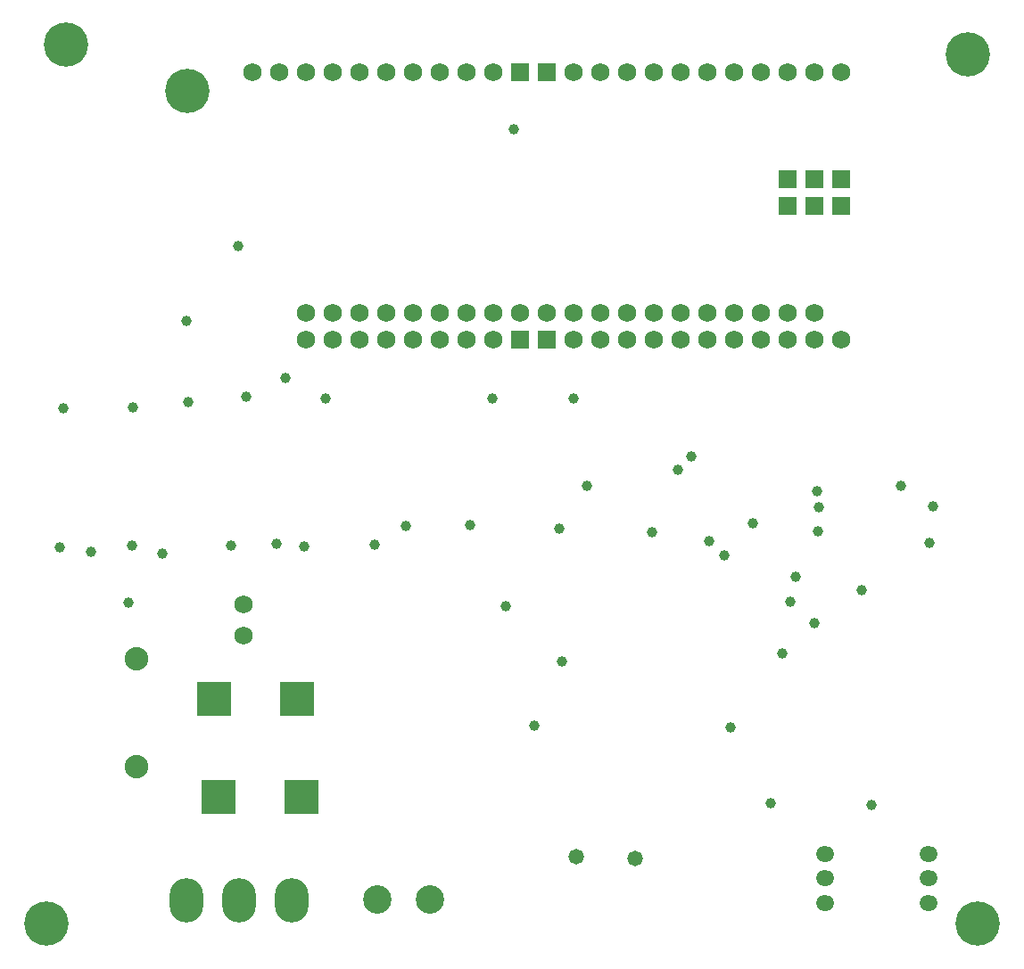
<source format=gbs>
G04*
G04 #@! TF.GenerationSoftware,Altium Limited,Altium Designer,18.0.12 (696)*
G04*
G04 Layer_Color=16711935*
%FSLAX25Y25*%
%MOIN*%
G70*
G01*
G75*
%ADD37C,0.10642*%
%ADD38O,0.12611X0.16548*%
%ADD39R,0.12611X0.12611*%
%ADD40C,0.06800*%
%ADD41C,0.08800*%
%ADD42O,0.06800X0.05800*%
%ADD43R,0.06800X0.06800*%
%ADD44C,0.16548*%
%ADD45C,0.03950*%
%ADD46C,0.05800*%
D37*
X147311Y-85969D02*
D03*
X127626D02*
D03*
D38*
X95500Y-86500D02*
D03*
X75815D02*
D03*
X56130Y-86500D02*
D03*
D39*
X68100Y-47700D02*
D03*
X99100Y-47794D02*
D03*
X66500Y-10905D02*
D03*
X97500Y-11000D02*
D03*
D40*
X77504Y12563D02*
D03*
Y24374D02*
D03*
X271000Y123300D02*
D03*
X101000D02*
D03*
X111000D02*
D03*
X121000D02*
D03*
X131000D02*
D03*
X141000D02*
D03*
X151000D02*
D03*
X161000D02*
D03*
X171000D02*
D03*
X201000D02*
D03*
X211000D02*
D03*
X221000D02*
D03*
X231000D02*
D03*
X241000D02*
D03*
X251000D02*
D03*
X261000D02*
D03*
X281000D02*
D03*
X291000D02*
D03*
X301000D02*
D03*
X101000Y133300D02*
D03*
X111000D02*
D03*
X121000D02*
D03*
X131000D02*
D03*
X141000D02*
D03*
X151000D02*
D03*
X161000D02*
D03*
X171000D02*
D03*
X181000D02*
D03*
X191000D02*
D03*
X201000D02*
D03*
X211000D02*
D03*
X221000D02*
D03*
X231000D02*
D03*
X241000D02*
D03*
X251000D02*
D03*
X261000D02*
D03*
X271000D02*
D03*
X281000D02*
D03*
X291000D02*
D03*
X81000Y223300D02*
D03*
X100900D02*
D03*
X110900D02*
D03*
X120900D02*
D03*
X130900D02*
D03*
X140900D02*
D03*
X150900D02*
D03*
X160900D02*
D03*
X170900D02*
D03*
X200900D02*
D03*
X210900D02*
D03*
X220900D02*
D03*
X230900D02*
D03*
X240900D02*
D03*
X250900D02*
D03*
X260900D02*
D03*
X270900D02*
D03*
X280900D02*
D03*
X290900D02*
D03*
X300900D02*
D03*
X91000D02*
D03*
D41*
X37500Y-36500D02*
D03*
Y4000D02*
D03*
D42*
X333500Y-78000D02*
D03*
Y-87500D02*
D03*
Y-69000D02*
D03*
X295000Y-78000D02*
D03*
Y-87500D02*
D03*
Y-69000D02*
D03*
D43*
X181000Y123300D02*
D03*
X191000D02*
D03*
X190900Y223300D02*
D03*
X180900D02*
D03*
X281000Y183300D02*
D03*
X291000D02*
D03*
X301000D02*
D03*
X281000Y173300D02*
D03*
X291000D02*
D03*
X301000D02*
D03*
D44*
X56400Y216200D02*
D03*
X11300Y233500D02*
D03*
X348100Y230000D02*
D03*
X3900Y-95100D02*
D03*
X352000D02*
D03*
D45*
X34400Y25100D02*
D03*
X75400Y158200D02*
D03*
X78600Y102100D02*
D03*
X108100Y101300D02*
D03*
X186200Y-21000D02*
D03*
X20400Y43900D02*
D03*
X8700Y45600D02*
D03*
X72913Y46187D02*
D03*
X291900Y66800D02*
D03*
X334000Y47200D02*
D03*
X10300Y97500D02*
D03*
X35700Y46400D02*
D03*
X36200Y97900D02*
D03*
X100100Y46100D02*
D03*
X47100Y43200D02*
D03*
X162300Y53900D02*
D03*
X126600Y46700D02*
D03*
X195400Y52700D02*
D03*
X323300Y68500D02*
D03*
X138200Y53800D02*
D03*
X175600Y23600D02*
D03*
X196500Y3100D02*
D03*
X283700Y34800D02*
D03*
X281800Y25400D02*
D03*
X268006Y54648D02*
D03*
X230300Y51400D02*
D03*
X245000Y79700D02*
D03*
X290900Y17200D02*
D03*
X240000Y74800D02*
D03*
X93100Y108900D02*
D03*
X200964Y101236D02*
D03*
X292400Y60800D02*
D03*
X292200Y51500D02*
D03*
X308600Y29600D02*
D03*
X335300Y61000D02*
D03*
X206000Y68600D02*
D03*
X89800Y46900D02*
D03*
X251629Y47929D02*
D03*
X257200Y42500D02*
D03*
X170400Y101400D02*
D03*
X178400Y201900D02*
D03*
X56700Y100000D02*
D03*
X56253Y130400D02*
D03*
X279000Y6000D02*
D03*
X259500Y-21700D02*
D03*
X312300Y-50700D02*
D03*
X274600Y-50000D02*
D03*
X223400Y-70500D02*
D03*
D46*
X201978Y-70022D02*
D03*
X223878Y-70800D02*
D03*
M02*

</source>
